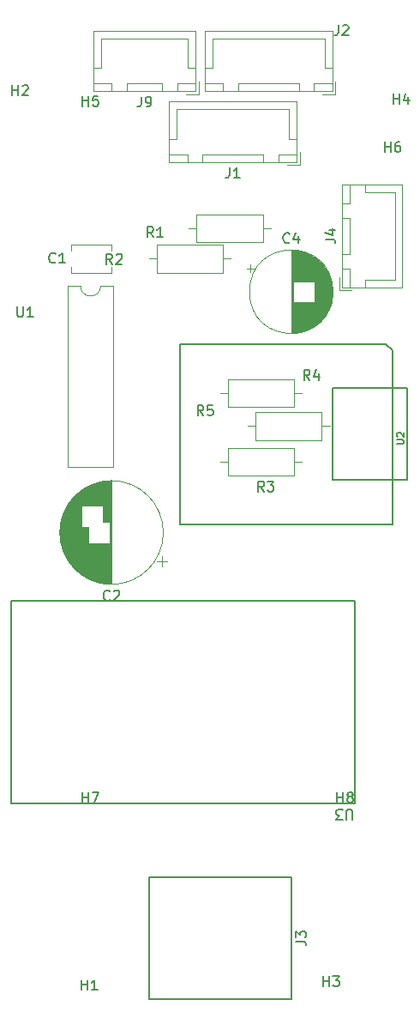
<source format=gbr>
%TF.GenerationSoftware,KiCad,Pcbnew,7.0.8*%
%TF.CreationDate,2023-10-09T03:06:34-07:00*%
%TF.ProjectId,PZEM-Stack R1,505a454d-2d53-4746-9163-6b2052312e6b,rev?*%
%TF.SameCoordinates,Original*%
%TF.FileFunction,Legend,Top*%
%TF.FilePolarity,Positive*%
%FSLAX46Y46*%
G04 Gerber Fmt 4.6, Leading zero omitted, Abs format (unit mm)*
G04 Created by KiCad (PCBNEW 7.0.8) date 2023-10-09 03:06:34*
%MOMM*%
%LPD*%
G01*
G04 APERTURE LIST*
%ADD10C,0.150000*%
%ADD11C,0.127000*%
%ADD12C,0.120000*%
G04 APERTURE END LIST*
D10*
X38436533Y54748166D02*
X39003200Y54748166D01*
X39003200Y54748166D02*
X39069866Y54781500D01*
X39069866Y54781500D02*
X39103200Y54814833D01*
X39103200Y54814833D02*
X39136533Y54881500D01*
X39136533Y54881500D02*
X39136533Y55014833D01*
X39136533Y55014833D02*
X39103200Y55081500D01*
X39103200Y55081500D02*
X39069866Y55114833D01*
X39069866Y55114833D02*
X39003200Y55148166D01*
X39003200Y55148166D02*
X38436533Y55148166D01*
X38503200Y55448166D02*
X38469866Y55481499D01*
X38469866Y55481499D02*
X38436533Y55548166D01*
X38436533Y55548166D02*
X38436533Y55714833D01*
X38436533Y55714833D02*
X38469866Y55781499D01*
X38469866Y55781499D02*
X38503200Y55814833D01*
X38503200Y55814833D02*
X38569866Y55848166D01*
X38569866Y55848166D02*
X38636533Y55848166D01*
X38636533Y55848166D02*
X38736533Y55814833D01*
X38736533Y55814833D02*
X39136533Y55414833D01*
X39136533Y55414833D02*
X39136533Y55848166D01*
X38081039Y88292124D02*
X38081039Y89292124D01*
X38081039Y88815934D02*
X38652467Y88815934D01*
X38652467Y88292124D02*
X38652467Y89292124D01*
X39557229Y88958791D02*
X39557229Y88292124D01*
X39319134Y89339744D02*
X39081039Y88625458D01*
X39081039Y88625458D02*
X39700086Y88625458D01*
X31174095Y1259180D02*
X31174095Y2259180D01*
X31174095Y1782990D02*
X31745523Y1782990D01*
X31745523Y1259180D02*
X31745523Y2259180D01*
X32126476Y2259180D02*
X32745523Y2259180D01*
X32745523Y2259180D02*
X32412190Y1878228D01*
X32412190Y1878228D02*
X32555047Y1878228D01*
X32555047Y1878228D02*
X32650285Y1830609D01*
X32650285Y1830609D02*
X32697904Y1782990D01*
X32697904Y1782990D02*
X32745523Y1687752D01*
X32745523Y1687752D02*
X32745523Y1449657D01*
X32745523Y1449657D02*
X32697904Y1354419D01*
X32697904Y1354419D02*
X32650285Y1306800D01*
X32650285Y1306800D02*
X32555047Y1259180D01*
X32555047Y1259180D02*
X32269333Y1259180D01*
X32269333Y1259180D02*
X32174095Y1306800D01*
X32174095Y1306800D02*
X32126476Y1354419D01*
X444095Y89116180D02*
X444095Y90116180D01*
X444095Y89639990D02*
X1015523Y89639990D01*
X1015523Y89116180D02*
X1015523Y90116180D01*
X1444095Y90020942D02*
X1491714Y90068561D01*
X1491714Y90068561D02*
X1586952Y90116180D01*
X1586952Y90116180D02*
X1825047Y90116180D01*
X1825047Y90116180D02*
X1920285Y90068561D01*
X1920285Y90068561D02*
X1967904Y90020942D01*
X1967904Y90020942D02*
X2015523Y89925704D01*
X2015523Y89925704D02*
X2015523Y89830466D01*
X2015523Y89830466D02*
X1967904Y89687609D01*
X1967904Y89687609D02*
X1396476Y89116180D01*
X1396476Y89116180D02*
X2015523Y89116180D01*
X7302095Y878180D02*
X7302095Y1878180D01*
X7302095Y1401990D02*
X7873523Y1401990D01*
X7873523Y878180D02*
X7873523Y1878180D01*
X8873523Y878180D02*
X8302095Y878180D01*
X8587809Y878180D02*
X8587809Y1878180D01*
X8587809Y1878180D02*
X8492571Y1735323D01*
X8492571Y1735323D02*
X8397333Y1640085D01*
X8397333Y1640085D02*
X8302095Y1592466D01*
X13166666Y88995180D02*
X13166666Y88280895D01*
X13166666Y88280895D02*
X13119047Y88138038D01*
X13119047Y88138038D02*
X13023809Y88042800D01*
X13023809Y88042800D02*
X12880952Y87995180D01*
X12880952Y87995180D02*
X12785714Y87995180D01*
X13690476Y87995180D02*
X13880952Y87995180D01*
X13880952Y87995180D02*
X13976190Y88042800D01*
X13976190Y88042800D02*
X14023809Y88090419D01*
X14023809Y88090419D02*
X14119047Y88233276D01*
X14119047Y88233276D02*
X14166666Y88423752D01*
X14166666Y88423752D02*
X14166666Y88804704D01*
X14166666Y88804704D02*
X14119047Y88899942D01*
X14119047Y88899942D02*
X14071428Y88947561D01*
X14071428Y88947561D02*
X13976190Y88995180D01*
X13976190Y88995180D02*
X13785714Y88995180D01*
X13785714Y88995180D02*
X13690476Y88947561D01*
X13690476Y88947561D02*
X13642857Y88899942D01*
X13642857Y88899942D02*
X13595238Y88804704D01*
X13595238Y88804704D02*
X13595238Y88566609D01*
X13595238Y88566609D02*
X13642857Y88471371D01*
X13642857Y88471371D02*
X13690476Y88423752D01*
X13690476Y88423752D02*
X13785714Y88376133D01*
X13785714Y88376133D02*
X13976190Y88376133D01*
X13976190Y88376133D02*
X14071428Y88423752D01*
X14071428Y88423752D02*
X14119047Y88471371D01*
X14119047Y88471371D02*
X14166666Y88566609D01*
X32666666Y96045180D02*
X32666666Y95330895D01*
X32666666Y95330895D02*
X32619047Y95188038D01*
X32619047Y95188038D02*
X32523809Y95092800D01*
X32523809Y95092800D02*
X32380952Y95045180D01*
X32380952Y95045180D02*
X32285714Y95045180D01*
X33095238Y95949942D02*
X33142857Y95997561D01*
X33142857Y95997561D02*
X33238095Y96045180D01*
X33238095Y96045180D02*
X33476190Y96045180D01*
X33476190Y96045180D02*
X33571428Y95997561D01*
X33571428Y95997561D02*
X33619047Y95949942D01*
X33619047Y95949942D02*
X33666666Y95854704D01*
X33666666Y95854704D02*
X33666666Y95759466D01*
X33666666Y95759466D02*
X33619047Y95616609D01*
X33619047Y95616609D02*
X33047619Y95045180D01*
X33047619Y95045180D02*
X33666666Y95045180D01*
X4707333Y72672419D02*
X4659714Y72624800D01*
X4659714Y72624800D02*
X4516857Y72577180D01*
X4516857Y72577180D02*
X4421619Y72577180D01*
X4421619Y72577180D02*
X4278762Y72624800D01*
X4278762Y72624800D02*
X4183524Y72720038D01*
X4183524Y72720038D02*
X4135905Y72815276D01*
X4135905Y72815276D02*
X4088286Y73005752D01*
X4088286Y73005752D02*
X4088286Y73148609D01*
X4088286Y73148609D02*
X4135905Y73339085D01*
X4135905Y73339085D02*
X4183524Y73434323D01*
X4183524Y73434323D02*
X4278762Y73529561D01*
X4278762Y73529561D02*
X4421619Y73577180D01*
X4421619Y73577180D02*
X4516857Y73577180D01*
X4516857Y73577180D02*
X4659714Y73529561D01*
X4659714Y73529561D02*
X4707333Y73481942D01*
X5659714Y72577180D02*
X5088286Y72577180D01*
X5374000Y72577180D02*
X5374000Y73577180D01*
X5374000Y73577180D02*
X5278762Y73434323D01*
X5278762Y73434323D02*
X5183524Y73339085D01*
X5183524Y73339085D02*
X5088286Y73291466D01*
X27833333Y74640419D02*
X27785714Y74592800D01*
X27785714Y74592800D02*
X27642857Y74545180D01*
X27642857Y74545180D02*
X27547619Y74545180D01*
X27547619Y74545180D02*
X27404762Y74592800D01*
X27404762Y74592800D02*
X27309524Y74688038D01*
X27309524Y74688038D02*
X27261905Y74783276D01*
X27261905Y74783276D02*
X27214286Y74973752D01*
X27214286Y74973752D02*
X27214286Y75116609D01*
X27214286Y75116609D02*
X27261905Y75307085D01*
X27261905Y75307085D02*
X27309524Y75402323D01*
X27309524Y75402323D02*
X27404762Y75497561D01*
X27404762Y75497561D02*
X27547619Y75545180D01*
X27547619Y75545180D02*
X27642857Y75545180D01*
X27642857Y75545180D02*
X27785714Y75497561D01*
X27785714Y75497561D02*
X27833333Y75449942D01*
X28690476Y75211847D02*
X28690476Y74545180D01*
X28452381Y75592800D02*
X28214286Y74878514D01*
X28214286Y74878514D02*
X28833333Y74878514D01*
X25333333Y50045180D02*
X25000000Y50521371D01*
X24761905Y50045180D02*
X24761905Y51045180D01*
X24761905Y51045180D02*
X25142857Y51045180D01*
X25142857Y51045180D02*
X25238095Y50997561D01*
X25238095Y50997561D02*
X25285714Y50949942D01*
X25285714Y50949942D02*
X25333333Y50854704D01*
X25333333Y50854704D02*
X25333333Y50711847D01*
X25333333Y50711847D02*
X25285714Y50616609D01*
X25285714Y50616609D02*
X25238095Y50568990D01*
X25238095Y50568990D02*
X25142857Y50521371D01*
X25142857Y50521371D02*
X24761905Y50521371D01*
X25666667Y51045180D02*
X26285714Y51045180D01*
X26285714Y51045180D02*
X25952381Y50664228D01*
X25952381Y50664228D02*
X26095238Y50664228D01*
X26095238Y50664228D02*
X26190476Y50616609D01*
X26190476Y50616609D02*
X26238095Y50568990D01*
X26238095Y50568990D02*
X26285714Y50473752D01*
X26285714Y50473752D02*
X26285714Y50235657D01*
X26285714Y50235657D02*
X26238095Y50140419D01*
X26238095Y50140419D02*
X26190476Y50092800D01*
X26190476Y50092800D02*
X26095238Y50045180D01*
X26095238Y50045180D02*
X25809524Y50045180D01*
X25809524Y50045180D02*
X25714286Y50092800D01*
X25714286Y50092800D02*
X25666667Y50140419D01*
X29833333Y61045180D02*
X29500000Y61521371D01*
X29261905Y61045180D02*
X29261905Y62045180D01*
X29261905Y62045180D02*
X29642857Y62045180D01*
X29642857Y62045180D02*
X29738095Y61997561D01*
X29738095Y61997561D02*
X29785714Y61949942D01*
X29785714Y61949942D02*
X29833333Y61854704D01*
X29833333Y61854704D02*
X29833333Y61711847D01*
X29833333Y61711847D02*
X29785714Y61616609D01*
X29785714Y61616609D02*
X29738095Y61568990D01*
X29738095Y61568990D02*
X29642857Y61521371D01*
X29642857Y61521371D02*
X29261905Y61521371D01*
X30690476Y61711847D02*
X30690476Y61045180D01*
X30452381Y62092800D02*
X30214286Y61378514D01*
X30214286Y61378514D02*
X30833333Y61378514D01*
X14374333Y75147180D02*
X14041000Y75623371D01*
X13802905Y75147180D02*
X13802905Y76147180D01*
X13802905Y76147180D02*
X14183857Y76147180D01*
X14183857Y76147180D02*
X14279095Y76099561D01*
X14279095Y76099561D02*
X14326714Y76051942D01*
X14326714Y76051942D02*
X14374333Y75956704D01*
X14374333Y75956704D02*
X14374333Y75813847D01*
X14374333Y75813847D02*
X14326714Y75718609D01*
X14326714Y75718609D02*
X14279095Y75670990D01*
X14279095Y75670990D02*
X14183857Y75623371D01*
X14183857Y75623371D02*
X13802905Y75623371D01*
X15326714Y75147180D02*
X14755286Y75147180D01*
X15041000Y75147180D02*
X15041000Y76147180D01*
X15041000Y76147180D02*
X14945762Y76004323D01*
X14945762Y76004323D02*
X14850524Y75909085D01*
X14850524Y75909085D02*
X14755286Y75861466D01*
X10327333Y72484180D02*
X9994000Y72960371D01*
X9755905Y72484180D02*
X9755905Y73484180D01*
X9755905Y73484180D02*
X10136857Y73484180D01*
X10136857Y73484180D02*
X10232095Y73436561D01*
X10232095Y73436561D02*
X10279714Y73388942D01*
X10279714Y73388942D02*
X10327333Y73293704D01*
X10327333Y73293704D02*
X10327333Y73150847D01*
X10327333Y73150847D02*
X10279714Y73055609D01*
X10279714Y73055609D02*
X10232095Y73007990D01*
X10232095Y73007990D02*
X10136857Y72960371D01*
X10136857Y72960371D02*
X9755905Y72960371D01*
X10708286Y73388942D02*
X10755905Y73436561D01*
X10755905Y73436561D02*
X10851143Y73484180D01*
X10851143Y73484180D02*
X11089238Y73484180D01*
X11089238Y73484180D02*
X11184476Y73436561D01*
X11184476Y73436561D02*
X11232095Y73388942D01*
X11232095Y73388942D02*
X11279714Y73293704D01*
X11279714Y73293704D02*
X11279714Y73198466D01*
X11279714Y73198466D02*
X11232095Y73055609D01*
X11232095Y73055609D02*
X10660667Y72484180D01*
X10660667Y72484180D02*
X11279714Y72484180D01*
X944095Y68259180D02*
X944095Y67449657D01*
X944095Y67449657D02*
X991714Y67354419D01*
X991714Y67354419D02*
X1039333Y67306800D01*
X1039333Y67306800D02*
X1134571Y67259180D01*
X1134571Y67259180D02*
X1325047Y67259180D01*
X1325047Y67259180D02*
X1420285Y67306800D01*
X1420285Y67306800D02*
X1467904Y67354419D01*
X1467904Y67354419D02*
X1515523Y67449657D01*
X1515523Y67449657D02*
X1515523Y68259180D01*
X2515523Y67259180D02*
X1944095Y67259180D01*
X2229809Y67259180D02*
X2229809Y68259180D01*
X2229809Y68259180D02*
X2134571Y68116323D01*
X2134571Y68116323D02*
X2039333Y68021085D01*
X2039333Y68021085D02*
X1944095Y67973466D01*
X21916666Y81995180D02*
X21916666Y81280895D01*
X21916666Y81280895D02*
X21869047Y81138038D01*
X21869047Y81138038D02*
X21773809Y81042800D01*
X21773809Y81042800D02*
X21630952Y80995180D01*
X21630952Y80995180D02*
X21535714Y80995180D01*
X22916666Y80995180D02*
X22345238Y80995180D01*
X22630952Y80995180D02*
X22630952Y81995180D01*
X22630952Y81995180D02*
X22535714Y81852323D01*
X22535714Y81852323D02*
X22440476Y81757085D01*
X22440476Y81757085D02*
X22345238Y81709466D01*
X32541039Y19345180D02*
X32541039Y20345180D01*
X32541039Y19868990D02*
X33112467Y19868990D01*
X33112467Y19345180D02*
X33112467Y20345180D01*
X33731515Y19916609D02*
X33636277Y19964228D01*
X33636277Y19964228D02*
X33588658Y20011847D01*
X33588658Y20011847D02*
X33541039Y20107085D01*
X33541039Y20107085D02*
X33541039Y20154704D01*
X33541039Y20154704D02*
X33588658Y20249942D01*
X33588658Y20249942D02*
X33636277Y20297561D01*
X33636277Y20297561D02*
X33731515Y20345180D01*
X33731515Y20345180D02*
X33921991Y20345180D01*
X33921991Y20345180D02*
X34017229Y20297561D01*
X34017229Y20297561D02*
X34064848Y20249942D01*
X34064848Y20249942D02*
X34112467Y20154704D01*
X34112467Y20154704D02*
X34112467Y20107085D01*
X34112467Y20107085D02*
X34064848Y20011847D01*
X34064848Y20011847D02*
X34017229Y19964228D01*
X34017229Y19964228D02*
X33921991Y19916609D01*
X33921991Y19916609D02*
X33731515Y19916609D01*
X33731515Y19916609D02*
X33636277Y19868990D01*
X33636277Y19868990D02*
X33588658Y19821371D01*
X33588658Y19821371D02*
X33541039Y19726133D01*
X33541039Y19726133D02*
X33541039Y19535657D01*
X33541039Y19535657D02*
X33588658Y19440419D01*
X33588658Y19440419D02*
X33636277Y19392800D01*
X33636277Y19392800D02*
X33731515Y19345180D01*
X33731515Y19345180D02*
X33921991Y19345180D01*
X33921991Y19345180D02*
X34017229Y19392800D01*
X34017229Y19392800D02*
X34064848Y19440419D01*
X34064848Y19440419D02*
X34112467Y19535657D01*
X34112467Y19535657D02*
X34112467Y19726133D01*
X34112467Y19726133D02*
X34064848Y19821371D01*
X34064848Y19821371D02*
X34017229Y19868990D01*
X34017229Y19868990D02*
X33921991Y19916609D01*
X7391039Y19345180D02*
X7391039Y20345180D01*
X7391039Y19868990D02*
X7962467Y19868990D01*
X7962467Y19345180D02*
X7962467Y20345180D01*
X8343420Y20345180D02*
X9010086Y20345180D01*
X9010086Y20345180D02*
X8581515Y19345180D01*
X37238095Y83545180D02*
X37238095Y84545180D01*
X37238095Y84068990D02*
X37809523Y84068990D01*
X37809523Y83545180D02*
X37809523Y84545180D01*
X38714285Y84545180D02*
X38523809Y84545180D01*
X38523809Y84545180D02*
X38428571Y84497561D01*
X38428571Y84497561D02*
X38380952Y84449942D01*
X38380952Y84449942D02*
X38285714Y84307085D01*
X38285714Y84307085D02*
X38238095Y84116609D01*
X38238095Y84116609D02*
X38238095Y83735657D01*
X38238095Y83735657D02*
X38285714Y83640419D01*
X38285714Y83640419D02*
X38333333Y83592800D01*
X38333333Y83592800D02*
X38428571Y83545180D01*
X38428571Y83545180D02*
X38619047Y83545180D01*
X38619047Y83545180D02*
X38714285Y83592800D01*
X38714285Y83592800D02*
X38761904Y83640419D01*
X38761904Y83640419D02*
X38809523Y83735657D01*
X38809523Y83735657D02*
X38809523Y83973752D01*
X38809523Y83973752D02*
X38761904Y84068990D01*
X38761904Y84068990D02*
X38714285Y84116609D01*
X38714285Y84116609D02*
X38619047Y84164228D01*
X38619047Y84164228D02*
X38428571Y84164228D01*
X38428571Y84164228D02*
X38333333Y84116609D01*
X38333333Y84116609D02*
X38285714Y84068990D01*
X38285714Y84068990D02*
X38238095Y83973752D01*
X19333333Y57545180D02*
X19000000Y58021371D01*
X18761905Y57545180D02*
X18761905Y58545180D01*
X18761905Y58545180D02*
X19142857Y58545180D01*
X19142857Y58545180D02*
X19238095Y58497561D01*
X19238095Y58497561D02*
X19285714Y58449942D01*
X19285714Y58449942D02*
X19333333Y58354704D01*
X19333333Y58354704D02*
X19333333Y58211847D01*
X19333333Y58211847D02*
X19285714Y58116609D01*
X19285714Y58116609D02*
X19238095Y58068990D01*
X19238095Y58068990D02*
X19142857Y58021371D01*
X19142857Y58021371D02*
X18761905Y58021371D01*
X20238095Y58545180D02*
X19761905Y58545180D01*
X19761905Y58545180D02*
X19714286Y58068990D01*
X19714286Y58068990D02*
X19761905Y58116609D01*
X19761905Y58116609D02*
X19857143Y58164228D01*
X19857143Y58164228D02*
X20095238Y58164228D01*
X20095238Y58164228D02*
X20190476Y58116609D01*
X20190476Y58116609D02*
X20238095Y58068990D01*
X20238095Y58068990D02*
X20285714Y57973752D01*
X20285714Y57973752D02*
X20285714Y57735657D01*
X20285714Y57735657D02*
X20238095Y57640419D01*
X20238095Y57640419D02*
X20190476Y57592800D01*
X20190476Y57592800D02*
X20095238Y57545180D01*
X20095238Y57545180D02*
X19857143Y57545180D01*
X19857143Y57545180D02*
X19761905Y57592800D01*
X19761905Y57592800D02*
X19714286Y57640419D01*
X10083333Y39390419D02*
X10035714Y39342800D01*
X10035714Y39342800D02*
X9892857Y39295180D01*
X9892857Y39295180D02*
X9797619Y39295180D01*
X9797619Y39295180D02*
X9654762Y39342800D01*
X9654762Y39342800D02*
X9559524Y39438038D01*
X9559524Y39438038D02*
X9511905Y39533276D01*
X9511905Y39533276D02*
X9464286Y39723752D01*
X9464286Y39723752D02*
X9464286Y39866609D01*
X9464286Y39866609D02*
X9511905Y40057085D01*
X9511905Y40057085D02*
X9559524Y40152323D01*
X9559524Y40152323D02*
X9654762Y40247561D01*
X9654762Y40247561D02*
X9797619Y40295180D01*
X9797619Y40295180D02*
X9892857Y40295180D01*
X9892857Y40295180D02*
X10035714Y40247561D01*
X10035714Y40247561D02*
X10083333Y40199942D01*
X10464286Y40199942D02*
X10511905Y40247561D01*
X10511905Y40247561D02*
X10607143Y40295180D01*
X10607143Y40295180D02*
X10845238Y40295180D01*
X10845238Y40295180D02*
X10940476Y40247561D01*
X10940476Y40247561D02*
X10988095Y40199942D01*
X10988095Y40199942D02*
X11035714Y40104704D01*
X11035714Y40104704D02*
X11035714Y40009466D01*
X11035714Y40009466D02*
X10988095Y39866609D01*
X10988095Y39866609D02*
X10416667Y39295180D01*
X10416667Y39295180D02*
X11035714Y39295180D01*
X31379819Y74916666D02*
X32094104Y74916666D01*
X32094104Y74916666D02*
X32236961Y74869047D01*
X32236961Y74869047D02*
X32332200Y74773809D01*
X32332200Y74773809D02*
X32379819Y74630952D01*
X32379819Y74630952D02*
X32379819Y74535714D01*
X31713152Y75821428D02*
X32379819Y75821428D01*
X31332200Y75583333D02*
X32046485Y75345238D01*
X32046485Y75345238D02*
X32046485Y75964285D01*
X28454819Y5666666D02*
X29169104Y5666666D01*
X29169104Y5666666D02*
X29311961Y5619047D01*
X29311961Y5619047D02*
X29407200Y5523809D01*
X29407200Y5523809D02*
X29454819Y5380952D01*
X29454819Y5380952D02*
X29454819Y5285714D01*
X28454819Y6047619D02*
X28454819Y6666666D01*
X28454819Y6666666D02*
X28835771Y6333333D01*
X28835771Y6333333D02*
X28835771Y6476190D01*
X28835771Y6476190D02*
X28883390Y6571428D01*
X28883390Y6571428D02*
X28931009Y6619047D01*
X28931009Y6619047D02*
X29026247Y6666666D01*
X29026247Y6666666D02*
X29264342Y6666666D01*
X29264342Y6666666D02*
X29359580Y6619047D01*
X29359580Y6619047D02*
X29407200Y6571428D01*
X29407200Y6571428D02*
X29454819Y6476190D01*
X29454819Y6476190D02*
X29454819Y6190476D01*
X29454819Y6190476D02*
X29407200Y6095238D01*
X29407200Y6095238D02*
X29359580Y6047619D01*
X34031904Y17704819D02*
X34031904Y18514342D01*
X34031904Y18514342D02*
X33984285Y18609580D01*
X33984285Y18609580D02*
X33936666Y18657200D01*
X33936666Y18657200D02*
X33841428Y18704819D01*
X33841428Y18704819D02*
X33650952Y18704819D01*
X33650952Y18704819D02*
X33555714Y18657200D01*
X33555714Y18657200D02*
X33508095Y18609580D01*
X33508095Y18609580D02*
X33460476Y18514342D01*
X33460476Y18514342D02*
X33460476Y17704819D01*
X33079523Y17704819D02*
X32460476Y17704819D01*
X32460476Y17704819D02*
X32793809Y18085771D01*
X32793809Y18085771D02*
X32650952Y18085771D01*
X32650952Y18085771D02*
X32555714Y18133390D01*
X32555714Y18133390D02*
X32508095Y18181009D01*
X32508095Y18181009D02*
X32460476Y18276247D01*
X32460476Y18276247D02*
X32460476Y18514342D01*
X32460476Y18514342D02*
X32508095Y18609580D01*
X32508095Y18609580D02*
X32555714Y18657200D01*
X32555714Y18657200D02*
X32650952Y18704819D01*
X32650952Y18704819D02*
X32936666Y18704819D01*
X32936666Y18704819D02*
X33031904Y18657200D01*
X33031904Y18657200D02*
X33079523Y18609580D01*
X7391039Y88065180D02*
X7391039Y89065180D01*
X7391039Y88588990D02*
X7962467Y88588990D01*
X7962467Y88065180D02*
X7962467Y89065180D01*
X8914848Y89065180D02*
X8438658Y89065180D01*
X8438658Y89065180D02*
X8391039Y88588990D01*
X8391039Y88588990D02*
X8438658Y88636609D01*
X8438658Y88636609D02*
X8533896Y88684228D01*
X8533896Y88684228D02*
X8771991Y88684228D01*
X8771991Y88684228D02*
X8867229Y88636609D01*
X8867229Y88636609D02*
X8914848Y88588990D01*
X8914848Y88588990D02*
X8962467Y88493752D01*
X8962467Y88493752D02*
X8962467Y88255657D01*
X8962467Y88255657D02*
X8914848Y88160419D01*
X8914848Y88160419D02*
X8867229Y88112800D01*
X8867229Y88112800D02*
X8771991Y88065180D01*
X8771991Y88065180D02*
X8533896Y88065180D01*
X8533896Y88065180D02*
X8438658Y88112800D01*
X8438658Y88112800D02*
X8391039Y88160419D01*
D11*
%TO.C,U2*%
X37368500Y64616000D02*
X17040000Y64616000D01*
X17040000Y64616000D02*
X17040000Y46816000D01*
X38040000Y63944459D02*
X37368500Y64616000D01*
X32112000Y60220000D02*
X39465000Y60220000D01*
X39464000Y60216000D02*
X39464000Y51221000D01*
X39464000Y51221000D02*
X32112000Y51221000D01*
X32112000Y51221000D02*
X32112000Y60220000D01*
X38040000Y46816000D02*
X38040000Y63944459D01*
X17040000Y46816000D02*
X38040000Y46816000D01*
D12*
%TO.C,J9*%
X18850000Y89250000D02*
X18850000Y90500000D01*
X18560000Y89540000D02*
X18560000Y95510000D01*
X18560000Y95510000D02*
X8440000Y95510000D01*
X18550000Y89550000D02*
X18550000Y90300000D01*
X18550000Y90300000D02*
X16750000Y90300000D01*
X18550000Y91800000D02*
X17800000Y91800000D01*
X17800000Y91800000D02*
X17800000Y94750000D01*
X17800000Y94750000D02*
X13500000Y94750000D01*
X17600000Y89250000D02*
X18850000Y89250000D01*
X16750000Y89550000D02*
X18550000Y89550000D01*
X16750000Y90300000D02*
X16750000Y89550000D01*
X15250000Y89550000D02*
X15250000Y90300000D01*
X15250000Y90300000D02*
X11750000Y90300000D01*
X11750000Y89550000D02*
X15250000Y89550000D01*
X11750000Y90300000D02*
X11750000Y89550000D01*
X10250000Y89550000D02*
X10250000Y90300000D01*
X10250000Y90300000D02*
X8450000Y90300000D01*
X9200000Y91800000D02*
X9200000Y94750000D01*
X9200000Y94750000D02*
X13500000Y94750000D01*
X8450000Y89550000D02*
X10250000Y89550000D01*
X8450000Y90300000D02*
X8450000Y89550000D01*
X8450000Y91800000D02*
X9200000Y91800000D01*
X8440000Y89540000D02*
X18560000Y89540000D01*
X8440000Y95510000D02*
X8440000Y89540000D01*
%TO.C,J2*%
X32350000Y89250000D02*
X32350000Y90500000D01*
X32060000Y89540000D02*
X32060000Y95510000D01*
X32060000Y95510000D02*
X19440000Y95510000D01*
X32050000Y89550000D02*
X32050000Y90300000D01*
X32050000Y90300000D02*
X30250000Y90300000D01*
X32050000Y91800000D02*
X31300000Y91800000D01*
X31300000Y91800000D02*
X31300000Y94750000D01*
X31300000Y94750000D02*
X25750000Y94750000D01*
X31100000Y89250000D02*
X32350000Y89250000D01*
X30250000Y89550000D02*
X32050000Y89550000D01*
X30250000Y90300000D02*
X30250000Y89550000D01*
X28750000Y89550000D02*
X28750000Y90300000D01*
X28750000Y90300000D02*
X22750000Y90300000D01*
X22750000Y89550000D02*
X28750000Y89550000D01*
X22750000Y90300000D02*
X22750000Y89550000D01*
X21250000Y89550000D02*
X21250000Y90300000D01*
X21250000Y90300000D02*
X19450000Y90300000D01*
X20200000Y91800000D02*
X20200000Y94750000D01*
X20200000Y94750000D02*
X25750000Y94750000D01*
X19450000Y89550000D02*
X21250000Y89550000D01*
X19450000Y90300000D02*
X19450000Y89550000D01*
X19450000Y91800000D02*
X20200000Y91800000D01*
X19440000Y89540000D02*
X32060000Y89540000D01*
X19440000Y95510000D02*
X19440000Y89540000D01*
%TO.C,C1*%
X10270000Y71580000D02*
X10270000Y72205000D01*
X10270000Y71580000D02*
X6230000Y71580000D01*
X10270000Y73795000D02*
X10270000Y74420000D01*
X10270000Y74420000D02*
X6230000Y74420000D01*
X6230000Y71580000D02*
X6230000Y72205000D01*
X6230000Y73795000D02*
X6230000Y74420000D01*
%TO.C,C4*%
X23590302Y72065000D02*
X24390302Y72065000D01*
X23990302Y72465000D02*
X23990302Y71665000D01*
X28000000Y73830000D02*
X28000000Y65670000D01*
X28040000Y73830000D02*
X28040000Y65670000D01*
X28080000Y73830000D02*
X28080000Y65670000D01*
X28120000Y73829000D02*
X28120000Y65671000D01*
X28160000Y73827000D02*
X28160000Y65673000D01*
X28200000Y73826000D02*
X28200000Y65674000D01*
X28240000Y73824000D02*
X28240000Y70790000D01*
X28240000Y68710000D02*
X28240000Y65676000D01*
X28280000Y73821000D02*
X28280000Y70790000D01*
X28280000Y68710000D02*
X28280000Y65679000D01*
X28320000Y73818000D02*
X28320000Y70790000D01*
X28320000Y68710000D02*
X28320000Y65682000D01*
X28360000Y73815000D02*
X28360000Y70790000D01*
X28360000Y68710000D02*
X28360000Y65685000D01*
X28400000Y73811000D02*
X28400000Y70790000D01*
X28400000Y68710000D02*
X28400000Y65689000D01*
X28440000Y73807000D02*
X28440000Y70790000D01*
X28440000Y68710000D02*
X28440000Y65693000D01*
X28480000Y73802000D02*
X28480000Y70790000D01*
X28480000Y68710000D02*
X28480000Y65698000D01*
X28520000Y73798000D02*
X28520000Y70790000D01*
X28520000Y68710000D02*
X28520000Y65702000D01*
X28560000Y73792000D02*
X28560000Y70790000D01*
X28560000Y68710000D02*
X28560000Y65708000D01*
X28600000Y73787000D02*
X28600000Y70790000D01*
X28600000Y68710000D02*
X28600000Y65713000D01*
X28640000Y73780000D02*
X28640000Y70790000D01*
X28640000Y68710000D02*
X28640000Y65720000D01*
X28680000Y73774000D02*
X28680000Y70790000D01*
X28680000Y68710000D02*
X28680000Y65726000D01*
X28721000Y73767000D02*
X28721000Y70790000D01*
X28721000Y68710000D02*
X28721000Y65733000D01*
X28761000Y73760000D02*
X28761000Y70790000D01*
X28761000Y68710000D02*
X28761000Y65740000D01*
X28801000Y73752000D02*
X28801000Y70790000D01*
X28801000Y68710000D02*
X28801000Y65748000D01*
X28841000Y73744000D02*
X28841000Y70790000D01*
X28841000Y68710000D02*
X28841000Y65756000D01*
X28881000Y73735000D02*
X28881000Y70790000D01*
X28881000Y68710000D02*
X28881000Y65765000D01*
X28921000Y73726000D02*
X28921000Y70790000D01*
X28921000Y68710000D02*
X28921000Y65774000D01*
X28961000Y73717000D02*
X28961000Y70790000D01*
X28961000Y68710000D02*
X28961000Y65783000D01*
X29001000Y73707000D02*
X29001000Y70790000D01*
X29001000Y68710000D02*
X29001000Y65793000D01*
X29041000Y73697000D02*
X29041000Y70790000D01*
X29041000Y68710000D02*
X29041000Y65803000D01*
X29081000Y73686000D02*
X29081000Y70790000D01*
X29081000Y68710000D02*
X29081000Y65814000D01*
X29121000Y73675000D02*
X29121000Y70790000D01*
X29121000Y68710000D02*
X29121000Y65825000D01*
X29161000Y73664000D02*
X29161000Y70790000D01*
X29161000Y68710000D02*
X29161000Y65836000D01*
X29201000Y73652000D02*
X29201000Y70790000D01*
X29201000Y68710000D02*
X29201000Y65848000D01*
X29241000Y73639000D02*
X29241000Y70790000D01*
X29241000Y68710000D02*
X29241000Y65861000D01*
X29281000Y73627000D02*
X29281000Y70790000D01*
X29281000Y68710000D02*
X29281000Y65873000D01*
X29321000Y73613000D02*
X29321000Y70790000D01*
X29321000Y68710000D02*
X29321000Y65887000D01*
X29361000Y73600000D02*
X29361000Y70790000D01*
X29361000Y68710000D02*
X29361000Y65900000D01*
X29401000Y73585000D02*
X29401000Y70790000D01*
X29401000Y68710000D02*
X29401000Y65915000D01*
X29441000Y73571000D02*
X29441000Y70790000D01*
X29441000Y68710000D02*
X29441000Y65929000D01*
X29481000Y73555000D02*
X29481000Y70790000D01*
X29481000Y68710000D02*
X29481000Y65945000D01*
X29521000Y73540000D02*
X29521000Y70790000D01*
X29521000Y68710000D02*
X29521000Y65960000D01*
X29561000Y73524000D02*
X29561000Y70790000D01*
X29561000Y68710000D02*
X29561000Y65976000D01*
X29601000Y73507000D02*
X29601000Y70790000D01*
X29601000Y68710000D02*
X29601000Y65993000D01*
X29641000Y73490000D02*
X29641000Y70790000D01*
X29641000Y68710000D02*
X29641000Y66010000D01*
X29681000Y73472000D02*
X29681000Y70790000D01*
X29681000Y68710000D02*
X29681000Y66028000D01*
X29721000Y73454000D02*
X29721000Y70790000D01*
X29721000Y68710000D02*
X29721000Y66046000D01*
X29761000Y73436000D02*
X29761000Y70790000D01*
X29761000Y68710000D02*
X29761000Y66064000D01*
X29801000Y73416000D02*
X29801000Y70790000D01*
X29801000Y68710000D02*
X29801000Y66084000D01*
X29841000Y73397000D02*
X29841000Y70790000D01*
X29841000Y68710000D02*
X29841000Y66103000D01*
X29881000Y73377000D02*
X29881000Y70790000D01*
X29881000Y68710000D02*
X29881000Y66123000D01*
X29921000Y73356000D02*
X29921000Y70790000D01*
X29921000Y68710000D02*
X29921000Y66144000D01*
X29961000Y73334000D02*
X29961000Y70790000D01*
X29961000Y68710000D02*
X29961000Y66166000D01*
X30001000Y73312000D02*
X30001000Y70790000D01*
X30001000Y68710000D02*
X30001000Y66188000D01*
X30041000Y73290000D02*
X30041000Y70790000D01*
X30041000Y68710000D02*
X30041000Y66210000D01*
X30081000Y73267000D02*
X30081000Y70790000D01*
X30081000Y68710000D02*
X30081000Y66233000D01*
X30121000Y73243000D02*
X30121000Y70790000D01*
X30121000Y68710000D02*
X30121000Y66257000D01*
X30161000Y73219000D02*
X30161000Y70790000D01*
X30161000Y68710000D02*
X30161000Y66281000D01*
X30201000Y73194000D02*
X30201000Y70790000D01*
X30201000Y68710000D02*
X30201000Y66306000D01*
X30241000Y73168000D02*
X30241000Y70790000D01*
X30241000Y68710000D02*
X30241000Y66332000D01*
X30281000Y73142000D02*
X30281000Y70790000D01*
X30281000Y68710000D02*
X30281000Y66358000D01*
X30321000Y73115000D02*
X30321000Y66385000D01*
X30361000Y73088000D02*
X30361000Y66412000D01*
X30401000Y73059000D02*
X30401000Y66441000D01*
X30441000Y73030000D02*
X30441000Y66470000D01*
X30481000Y73000000D02*
X30481000Y66500000D01*
X30521000Y72970000D02*
X30521000Y66530000D01*
X30561000Y72939000D02*
X30561000Y66561000D01*
X30601000Y72906000D02*
X30601000Y66594000D01*
X30641000Y72874000D02*
X30641000Y66626000D01*
X30681000Y72840000D02*
X30681000Y66660000D01*
X30721000Y72805000D02*
X30721000Y66695000D01*
X30761000Y72769000D02*
X30761000Y66731000D01*
X30801000Y72733000D02*
X30801000Y66767000D01*
X30841000Y72695000D02*
X30841000Y66805000D01*
X30881000Y72657000D02*
X30881000Y66843000D01*
X30921000Y72617000D02*
X30921000Y66883000D01*
X30961000Y72576000D02*
X30961000Y66924000D01*
X31001000Y72534000D02*
X31001000Y66966000D01*
X31041000Y72491000D02*
X31041000Y67009000D01*
X31081000Y72447000D02*
X31081000Y67053000D01*
X31121000Y72401000D02*
X31121000Y67099000D01*
X31161000Y72354000D02*
X31161000Y67146000D01*
X31201000Y72306000D02*
X31201000Y67194000D01*
X31241000Y72255000D02*
X31241000Y67245000D01*
X31281000Y72204000D02*
X31281000Y67296000D01*
X31321000Y72150000D02*
X31321000Y67350000D01*
X31361000Y72095000D02*
X31361000Y67405000D01*
X31401000Y72037000D02*
X31401000Y67463000D01*
X31441000Y71978000D02*
X31441000Y67522000D01*
X31481000Y71916000D02*
X31481000Y67584000D01*
X31521000Y71852000D02*
X31521000Y67648000D01*
X31561000Y71784000D02*
X31561000Y67716000D01*
X31601000Y71714000D02*
X31601000Y67786000D01*
X31641000Y71640000D02*
X31641000Y67860000D01*
X31681000Y71563000D02*
X31681000Y67937000D01*
X31721000Y71481000D02*
X31721000Y68019000D01*
X31761000Y71395000D02*
X31761000Y68105000D01*
X31801000Y71302000D02*
X31801000Y68198000D01*
X31841000Y71203000D02*
X31841000Y68297000D01*
X31881000Y71096000D02*
X31881000Y68404000D01*
X31921000Y70979000D02*
X31921000Y68521000D01*
X31961000Y70848000D02*
X31961000Y68652000D01*
X32001000Y70698000D02*
X32001000Y68802000D01*
X32041000Y70518000D02*
X32041000Y68982000D01*
X32081000Y70283000D02*
X32081000Y69217000D01*
X32120000Y69750000D02*
G75*
G03*
X32120000Y69750000I-4120000J0D01*
G01*
%TO.C,R3*%
X29040000Y53000000D02*
X28270000Y53000000D01*
X28270000Y51630000D02*
X28270000Y54370000D01*
X28270000Y54370000D02*
X21730000Y54370000D01*
X21730000Y51630000D02*
X28270000Y51630000D01*
X21730000Y54370000D02*
X21730000Y51630000D01*
X20960000Y53000000D02*
X21730000Y53000000D01*
%TO.C,R4*%
X29040000Y59750000D02*
X28270000Y59750000D01*
X28270000Y58380000D02*
X28270000Y61120000D01*
X28270000Y61120000D02*
X21730000Y61120000D01*
X21730000Y58380000D02*
X28270000Y58380000D01*
X21730000Y61120000D02*
X21730000Y58380000D01*
X20960000Y59750000D02*
X21730000Y59750000D01*
%TO.C,R1*%
X25960000Y76000000D02*
X25190000Y76000000D01*
X25190000Y74630000D02*
X25190000Y77370000D01*
X25190000Y77370000D02*
X18650000Y77370000D01*
X18650000Y74630000D02*
X25190000Y74630000D01*
X18650000Y77370000D02*
X18650000Y74630000D01*
X17880000Y76000000D02*
X18650000Y76000000D01*
%TO.C,R2*%
X22040000Y73000000D02*
X21270000Y73000000D01*
X21270000Y71630000D02*
X21270000Y74370000D01*
X21270000Y74370000D02*
X14730000Y74370000D01*
X14730000Y71630000D02*
X21270000Y71630000D01*
X14730000Y74370000D02*
X14730000Y71630000D01*
X13960000Y73000000D02*
X14730000Y73000000D01*
%TO.C,U1*%
X5940000Y70330000D02*
X5940000Y52430000D01*
X5940000Y52430000D02*
X10440000Y52430000D01*
X7190000Y70330000D02*
X5940000Y70330000D01*
X10440000Y70330000D02*
X9190000Y70330000D01*
X10440000Y52430000D02*
X10440000Y70330000D01*
X7190000Y70330000D02*
G75*
G03*
X9190000Y70330000I1000000J0D01*
G01*
%TO.C,J1*%
X28850000Y82250000D02*
X28850000Y83500000D01*
X28560000Y82540000D02*
X28560000Y88510000D01*
X28560000Y88510000D02*
X15940000Y88510000D01*
X28550000Y82550000D02*
X28550000Y83300000D01*
X28550000Y83300000D02*
X26750000Y83300000D01*
X28550000Y84800000D02*
X27800000Y84800000D01*
X27800000Y84800000D02*
X27800000Y87750000D01*
X27800000Y87750000D02*
X22250000Y87750000D01*
X27600000Y82250000D02*
X28850000Y82250000D01*
X26750000Y82550000D02*
X28550000Y82550000D01*
X26750000Y83300000D02*
X26750000Y82550000D01*
X25250000Y82550000D02*
X25250000Y83300000D01*
X25250000Y83300000D02*
X19250000Y83300000D01*
X19250000Y82550000D02*
X25250000Y82550000D01*
X19250000Y83300000D02*
X19250000Y82550000D01*
X17750000Y82550000D02*
X17750000Y83300000D01*
X17750000Y83300000D02*
X15950000Y83300000D01*
X16700000Y84800000D02*
X16700000Y87750000D01*
X16700000Y87750000D02*
X22250000Y87750000D01*
X15950000Y82550000D02*
X17750000Y82550000D01*
X15950000Y83300000D02*
X15950000Y82550000D01*
X15950000Y84800000D02*
X16700000Y84800000D01*
X15940000Y82540000D02*
X28560000Y82540000D01*
X15940000Y88510000D02*
X15940000Y82540000D01*
%TO.C,R5*%
X23710000Y56500000D02*
X24480000Y56500000D01*
X24480000Y57870000D02*
X24480000Y55130000D01*
X24480000Y55130000D02*
X31020000Y55130000D01*
X31020000Y57870000D02*
X24480000Y57870000D01*
X31020000Y55130000D02*
X31020000Y57870000D01*
X31790000Y56500000D02*
X31020000Y56500000D01*
%TO.C,C2*%
X15729646Y43125000D02*
X14729646Y43125000D01*
X15229646Y42625000D02*
X15229646Y43625000D01*
X10250000Y40920000D02*
X10250000Y51080000D01*
X10210000Y40920000D02*
X10210000Y51080000D01*
X10170000Y40920000D02*
X10170000Y51080000D01*
X10130000Y40921000D02*
X10130000Y51079000D01*
X10090000Y40922000D02*
X10090000Y51078000D01*
X10050000Y40923000D02*
X10050000Y51077000D01*
X10010000Y40925000D02*
X10010000Y44960000D01*
X10010000Y47040000D02*
X10010000Y51075000D01*
X9970000Y40927000D02*
X9970000Y44960000D01*
X9970000Y47040000D02*
X9970000Y51073000D01*
X9930000Y40930000D02*
X9930000Y44960000D01*
X9930000Y47040000D02*
X9930000Y51070000D01*
X9890000Y40932000D02*
X9890000Y44960000D01*
X9890000Y47040000D02*
X9890000Y51068000D01*
X9850000Y40935000D02*
X9850000Y44960000D01*
X9850000Y47040000D02*
X9850000Y51065000D01*
X9810000Y40938000D02*
X9810000Y44960000D01*
X9810000Y47040000D02*
X9810000Y51062000D01*
X9770000Y40942000D02*
X9770000Y44960000D01*
X9770000Y47040000D02*
X9770000Y51058000D01*
X9730000Y40946000D02*
X9730000Y44960000D01*
X9730000Y47040000D02*
X9730000Y51054000D01*
X9690000Y40950000D02*
X9690000Y44960000D01*
X9690000Y47040000D02*
X9690000Y51050000D01*
X9650000Y40955000D02*
X9650000Y44960000D01*
X9650000Y47040000D02*
X9650000Y51045000D01*
X9610000Y40960000D02*
X9610000Y44960000D01*
X9610000Y47040000D02*
X9610000Y51040000D01*
X9570000Y40965000D02*
X9570000Y44960000D01*
X9570000Y47040000D02*
X9570000Y51035000D01*
X9529000Y40970000D02*
X9529000Y44960000D01*
X9529000Y47040000D02*
X9529000Y51030000D01*
X9489000Y40976000D02*
X9489000Y44960000D01*
X9489000Y47040000D02*
X9489000Y51024000D01*
X9449000Y40982000D02*
X9449000Y44960000D01*
X9449000Y47040000D02*
X9449000Y51018000D01*
X9409000Y40989000D02*
X9409000Y44960000D01*
X9409000Y47040000D02*
X9409000Y51011000D01*
X9369000Y40996000D02*
X9369000Y44960000D01*
X9369000Y47040000D02*
X9369000Y51004000D01*
X9329000Y41003000D02*
X9329000Y44960000D01*
X9329000Y48640000D02*
X9329000Y50997000D01*
X9289000Y41010000D02*
X9289000Y44960000D01*
X9289000Y48640000D02*
X9289000Y50990000D01*
X9249000Y41018000D02*
X9249000Y44960000D01*
X9249000Y48640000D02*
X9249000Y50982000D01*
X9209000Y41026000D02*
X9209000Y44960000D01*
X9209000Y48640000D02*
X9209000Y50974000D01*
X9169000Y41035000D02*
X9169000Y44960000D01*
X9169000Y48640000D02*
X9169000Y50965000D01*
X9129000Y41044000D02*
X9129000Y44960000D01*
X9129000Y48640000D02*
X9129000Y50956000D01*
X9089000Y41053000D02*
X9089000Y44960000D01*
X9089000Y48640000D02*
X9089000Y50947000D01*
X9049000Y41062000D02*
X9049000Y44960000D01*
X9049000Y48640000D02*
X9049000Y50938000D01*
X9009000Y41072000D02*
X9009000Y44960000D01*
X9009000Y48640000D02*
X9009000Y50928000D01*
X8969000Y41082000D02*
X8969000Y44960000D01*
X8969000Y48640000D02*
X8969000Y50918000D01*
X8929000Y41093000D02*
X8929000Y44960000D01*
X8929000Y48640000D02*
X8929000Y50907000D01*
X8889000Y41103000D02*
X8889000Y44960000D01*
X8889000Y48640000D02*
X8889000Y50897000D01*
X8849000Y41115000D02*
X8849000Y44960000D01*
X8849000Y48640000D02*
X8849000Y50885000D01*
X8809000Y41126000D02*
X8809000Y44960000D01*
X8809000Y48640000D02*
X8809000Y50874000D01*
X8769000Y41138000D02*
X8769000Y44960000D01*
X8769000Y48640000D02*
X8769000Y50862000D01*
X8729000Y41150000D02*
X8729000Y44960000D01*
X8729000Y48640000D02*
X8729000Y50850000D01*
X8689000Y41163000D02*
X8689000Y44960000D01*
X8689000Y48640000D02*
X8689000Y50837000D01*
X8649000Y41176000D02*
X8649000Y44960000D01*
X8649000Y48640000D02*
X8649000Y50824000D01*
X8609000Y41189000D02*
X8609000Y44960000D01*
X8609000Y48640000D02*
X8609000Y50811000D01*
X8569000Y41203000D02*
X8569000Y44960000D01*
X8569000Y48640000D02*
X8569000Y50797000D01*
X8529000Y41217000D02*
X8529000Y44960000D01*
X8529000Y48640000D02*
X8529000Y50783000D01*
X8489000Y41232000D02*
X8489000Y44960000D01*
X8489000Y48640000D02*
X8489000Y50768000D01*
X8449000Y41246000D02*
X8449000Y44960000D01*
X8449000Y48640000D02*
X8449000Y50754000D01*
X8409000Y41262000D02*
X8409000Y44960000D01*
X8409000Y48640000D02*
X8409000Y50738000D01*
X8369000Y41277000D02*
X8369000Y44960000D01*
X8369000Y48640000D02*
X8369000Y50723000D01*
X8329000Y41293000D02*
X8329000Y44960000D01*
X8329000Y48640000D02*
X8329000Y50707000D01*
X8289000Y41310000D02*
X8289000Y44960000D01*
X8289000Y48640000D02*
X8289000Y50690000D01*
X8249000Y41326000D02*
X8249000Y44960000D01*
X8249000Y48640000D02*
X8249000Y50674000D01*
X8209000Y41343000D02*
X8209000Y44960000D01*
X8209000Y48640000D02*
X8209000Y50657000D01*
X8169000Y41361000D02*
X8169000Y44960000D01*
X8169000Y48640000D02*
X8169000Y50639000D01*
X8129000Y41379000D02*
X8129000Y44960000D01*
X8129000Y48640000D02*
X8129000Y50621000D01*
X8089000Y41397000D02*
X8089000Y44960000D01*
X8089000Y48640000D02*
X8089000Y50603000D01*
X8049000Y41416000D02*
X8049000Y44960000D01*
X8049000Y48640000D02*
X8049000Y50584000D01*
X8009000Y41436000D02*
X8009000Y44960000D01*
X8009000Y48640000D02*
X8009000Y50564000D01*
X7969000Y41455000D02*
X7969000Y44960000D01*
X7969000Y48640000D02*
X7969000Y50545000D01*
X7929000Y41475000D02*
X7929000Y46560000D01*
X7929000Y48640000D02*
X7929000Y50525000D01*
X7889000Y41496000D02*
X7889000Y46560000D01*
X7889000Y48640000D02*
X7889000Y50504000D01*
X7849000Y41517000D02*
X7849000Y46560000D01*
X7849000Y48640000D02*
X7849000Y50483000D01*
X7809000Y41538000D02*
X7809000Y46560000D01*
X7809000Y48640000D02*
X7809000Y50462000D01*
X7769000Y41560000D02*
X7769000Y46560000D01*
X7769000Y48640000D02*
X7769000Y50440000D01*
X7729000Y41583000D02*
X7729000Y46560000D01*
X7729000Y48640000D02*
X7729000Y50417000D01*
X7689000Y41605000D02*
X7689000Y46560000D01*
X7689000Y48640000D02*
X7689000Y50395000D01*
X7649000Y41629000D02*
X7649000Y46560000D01*
X7649000Y48640000D02*
X7649000Y50371000D01*
X7609000Y41653000D02*
X7609000Y46560000D01*
X7609000Y48640000D02*
X7609000Y50347000D01*
X7569000Y41677000D02*
X7569000Y46560000D01*
X7569000Y48640000D02*
X7569000Y50323000D01*
X7529000Y41702000D02*
X7529000Y46560000D01*
X7529000Y48640000D02*
X7529000Y50298000D01*
X7489000Y41727000D02*
X7489000Y46560000D01*
X7489000Y48640000D02*
X7489000Y50273000D01*
X7449000Y41753000D02*
X7449000Y46560000D01*
X7449000Y48640000D02*
X7449000Y50247000D01*
X7409000Y41779000D02*
X7409000Y46560000D01*
X7409000Y48640000D02*
X7409000Y50221000D01*
X7369000Y41806000D02*
X7369000Y46560000D01*
X7369000Y48640000D02*
X7369000Y50194000D01*
X7329000Y41834000D02*
X7329000Y46560000D01*
X7329000Y48640000D02*
X7329000Y50166000D01*
X7289000Y41862000D02*
X7289000Y46560000D01*
X7289000Y48640000D02*
X7289000Y50138000D01*
X7249000Y41890000D02*
X7249000Y50110000D01*
X7209000Y41920000D02*
X7209000Y50080000D01*
X7169000Y41950000D02*
X7169000Y50050000D01*
X7129000Y41980000D02*
X7129000Y50020000D01*
X7089000Y42011000D02*
X7089000Y49989000D01*
X7049000Y42043000D02*
X7049000Y49957000D01*
X7009000Y42075000D02*
X7009000Y49925000D01*
X6969000Y42108000D02*
X6969000Y49892000D01*
X6929000Y42142000D02*
X6929000Y49858000D01*
X6889000Y42176000D02*
X6889000Y49824000D01*
X6849000Y42211000D02*
X6849000Y49789000D01*
X6809000Y42247000D02*
X6809000Y49753000D01*
X6769000Y42284000D02*
X6769000Y49716000D01*
X6729000Y42321000D02*
X6729000Y49679000D01*
X6689000Y42360000D02*
X6689000Y49640000D01*
X6649000Y42399000D02*
X6649000Y49601000D01*
X6609000Y42439000D02*
X6609000Y49561000D01*
X6569000Y42480000D02*
X6569000Y49520000D01*
X6529000Y42522000D02*
X6529000Y49478000D01*
X6489000Y42564000D02*
X6489000Y49436000D01*
X6449000Y42608000D02*
X6449000Y49392000D01*
X6409000Y42653000D02*
X6409000Y49347000D01*
X6369000Y42699000D02*
X6369000Y49301000D01*
X6329000Y42746000D02*
X6329000Y49254000D01*
X6289000Y42794000D02*
X6289000Y49206000D01*
X6249000Y42844000D02*
X6249000Y49156000D01*
X6209000Y42894000D02*
X6209000Y49106000D01*
X6169000Y42946000D02*
X6169000Y49054000D01*
X6129000Y43000000D02*
X6129000Y49000000D01*
X6089000Y43055000D02*
X6089000Y48945000D01*
X6049000Y43111000D02*
X6049000Y48889000D01*
X6009000Y43170000D02*
X6009000Y48830000D01*
X5969000Y43230000D02*
X5969000Y48770000D01*
X5929000Y43291000D02*
X5929000Y48709000D01*
X5889000Y43355000D02*
X5889000Y48645000D01*
X5849000Y43421000D02*
X5849000Y48579000D01*
X5809000Y43490000D02*
X5809000Y48510000D01*
X5769000Y43561000D02*
X5769000Y48439000D01*
X5729000Y43635000D02*
X5729000Y48365000D01*
X5689000Y43711000D02*
X5689000Y48289000D01*
X5649000Y43791000D02*
X5649000Y48209000D01*
X5609000Y43875000D02*
X5609000Y48125000D01*
X5569000Y43963000D02*
X5569000Y48037000D01*
X5529000Y44056000D02*
X5529000Y47944000D01*
X5489000Y44154000D02*
X5489000Y47846000D01*
X5449000Y44258000D02*
X5449000Y47742000D01*
X5409000Y44370000D02*
X5409000Y47630000D01*
X5369000Y44490000D02*
X5369000Y47510000D01*
X5329000Y44622000D02*
X5329000Y47378000D01*
X5289000Y44770000D02*
X5289000Y47230000D01*
X5249000Y44938000D02*
X5249000Y47062000D01*
X5209000Y45138000D02*
X5209000Y46862000D01*
X5169000Y45401000D02*
X5169000Y46599000D01*
X15370000Y46000000D02*
G75*
G03*
X15370000Y46000000I-5120000J0D01*
G01*
%TO.C,J4*%
X32725000Y69900000D02*
X33975000Y69900000D01*
X33015000Y70190000D02*
X38985000Y70190000D01*
X38985000Y70190000D02*
X38985000Y80310000D01*
X33025000Y70200000D02*
X33775000Y70200000D01*
X33775000Y70200000D02*
X33775000Y72000000D01*
X35275000Y70200000D02*
X35275000Y70950000D01*
X35275000Y70950000D02*
X38225000Y70950000D01*
X38225000Y70950000D02*
X38225000Y75250000D01*
X32725000Y71150000D02*
X32725000Y69900000D01*
X33025000Y72000000D02*
X33025000Y70200000D01*
X33775000Y72000000D02*
X33025000Y72000000D01*
X33025000Y73500000D02*
X33775000Y73500000D01*
X33775000Y73500000D02*
X33775000Y77000000D01*
X33025000Y77000000D02*
X33025000Y73500000D01*
X33775000Y77000000D02*
X33025000Y77000000D01*
X33025000Y78500000D02*
X33775000Y78500000D01*
X33775000Y78500000D02*
X33775000Y80300000D01*
X35275000Y79550000D02*
X38225000Y79550000D01*
X38225000Y79550000D02*
X38225000Y75250000D01*
X33025000Y80300000D02*
X33025000Y78500000D01*
X33775000Y80300000D02*
X33025000Y80300000D01*
X35275000Y80300000D02*
X35275000Y79550000D01*
X33015000Y80310000D02*
X33015000Y70190000D01*
X38985000Y80310000D02*
X33015000Y80310000D01*
D10*
%TO.C,J3*%
X28000000Y12000000D02*
X14000000Y12000000D01*
X14000000Y12000000D02*
X14000000Y0D01*
X28000000Y0D02*
X28000000Y12000000D01*
X14000000Y0D02*
X28000000Y0D01*
%TO.C,U3*%
X34300000Y19250000D02*
X34300000Y39250000D01*
X34300000Y39250000D02*
X300000Y39250000D01*
X300000Y19250000D02*
X34300000Y19250000D01*
X300000Y39250000D02*
X300000Y19250000D01*
%TD*%
M02*

</source>
